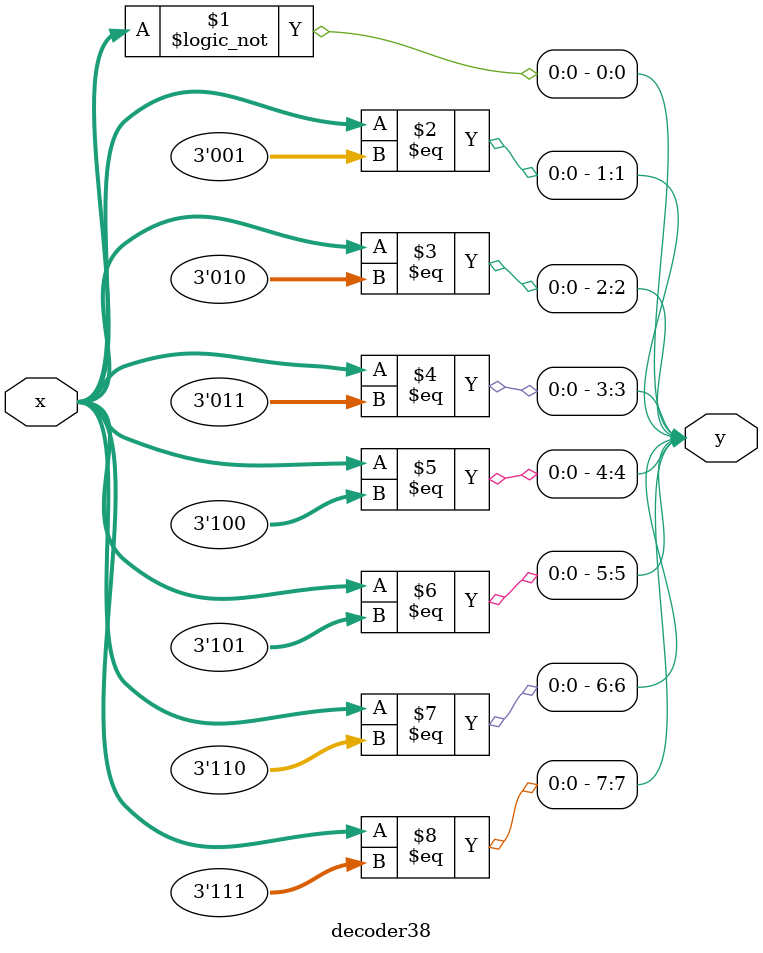
<source format=sv>

module decoder38 (
    // input wire [WIDTH-1 : 0] x,
    input wire [2 : 0] x,

    // output wire [(1<<WIDTH-1 : 0] y
    output wire [7 : 0] y

);
    assign y[0] = x==3'b000;
    assign y[1] = x==3'b001;
    assign y[2] = x==3'b010;
    assign y[3] = x==3'b011;
    assign y[4] = x==3'b100;
    assign y[5] = x==3'b101;
    assign y[6] = x==3'b110;
    assign y[7] = x==3'b111;
    /*
    always @(x) begin
        case(x)
            3'b000 : y = 8'b0000_0001;
            3'b001 : y = 8'b0000_0010;
            3'b010 : y = 8'b0000_0100;
            3'b011 : y = 8'b0000_1000;
            3'b100 : y = 8'b0001_0000;
            3'b101 : y = 8'b0010_0000;
            3'b110 : y = 8'b0100_0000;
            3'b111 : y = 8'b1000_0000;
        endcase
    end
    */
endmodule
</source>
